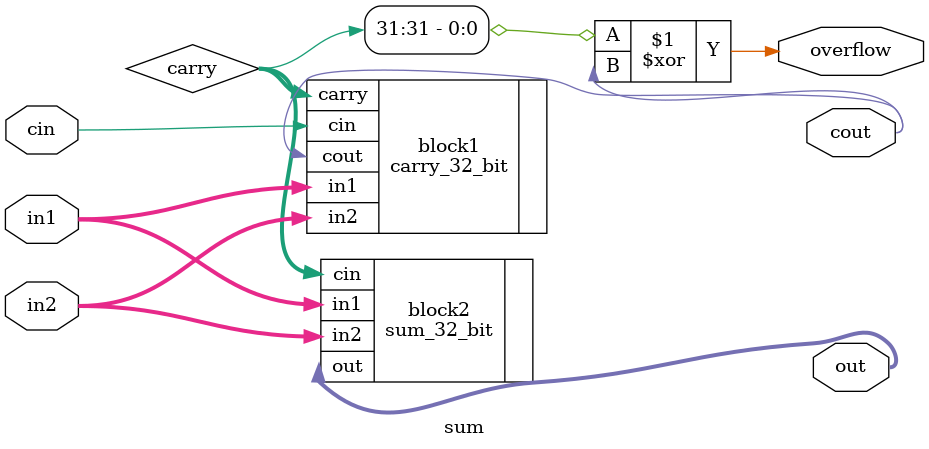
<source format=v>
module sum(in1, in2, cin, out, overflow, cout);
input [31:0] in1, in2;
input cin;
output [31:0] out;
output overflow;
wire [31:0] carry;
output cout;

carry_32_bit block1(.in1(in1),.in2(in2),.cin(cin),.carry(carry),.cout(cout));
sum_32_bit block2(.in1(in1),.in2(in2),.cin(carry),.out(out));
xor gate(overflow, carry[31], cout);

endmodule
</source>
